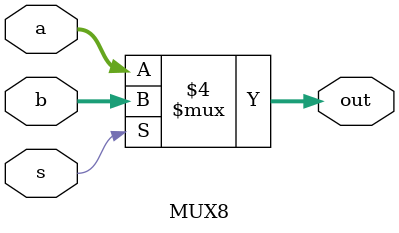
<source format=v>
module MUX8(input s, input [15:0] a, input [15:0] b, output reg[15:0] out);
	always @(*) begin
		if(s==0)
			out = a;
		else
			out = b;
	end
endmodule
</source>
